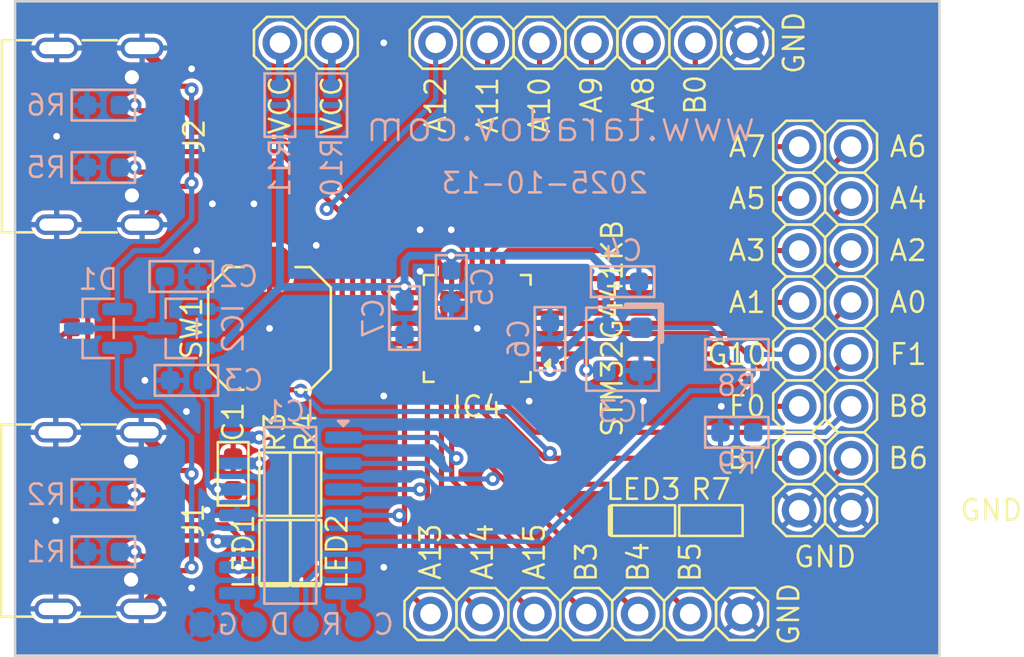
<source format=kicad_pcb>
(kicad_pcb (version 20241229) (generator "pcbnew") (generator_version "9.0")
  (title_block (date "2025-10-13"))
  (layers (0 "F.Cu" signal) (2 "B.Cu" signal) (13 "F.Paste" user) (15 "B.Paste" user) (5 "F.SilkS" user "F.Silkscreen") (7 "B.SilkS" user "B.Silkscreen") (1 "F.Mask" user) (3 "B.Mask" user) (25 "Edge.Cuts" user))
  (net 0 "")
  (net 1 "GND")
  (net 2 "/RESET")
  (net 3 "/SWCLK")
  (net 4 "/SWDIO")
  (net 5 "+3V3")
  (net 6 "Net-(J1-PadCC1)")
  (net 7 "Net-(J1-PadCC2)")
  (net 8 "Net-(LED1-A)")
  (net 11 "VBUS")
  (net 12 "T_VBUS")
  (net 13 "D_VBUS")
  (net 14 "/12_MHz")
  (net 15 "/D_USB_DP")
  (net 16 "/D_USB_DM")
  (net 17 "/T_USB_DP")
  (net 18 "/T_USB_DM")
  (net 19 "Net-(IC1-PA31{slash}SIO)")
  (net 20 "Net-(IC1-PA30{slash}SCK)")
  (net 21 "Net-(IC1-PA28{slash}RST)")
  (net 22 "/BOOT0")
  (net 23 "Net-(LED2-A)")
  (net 24 "/DAP_STATUS")
  (net 25 "/UART_MCU_TX")
  (net 26 "/UART_MCU_RX")
  (net 27 "/VCP_STATUS")
  (net 28 "Net-(LED3-A)")
  (net 29 "/LED")
  (net 30 "/BUTTON")
  (net 31 "Net-(IC4-PA1)")
  (net 32 "Net-(IC4-PB0)")
  (net 33 "Net-(IC4-PA15)")
  (net 34 "Net-(IC4-PA0)")
  (net 35 "Net-(IC4-PA6)")
  (net 36 "Net-(IC4-PA2)")
  (net 37 "Net-(IC4-PA5)")
  (net 38 "Net-(IC4-PA3)")
  (net 39 "Net-(IC4-PA7)")
  (net 40 "Net-(IC4-PB5)")
  (net 41 "Net-(IC4-PA4)")
  (net 42 "Net-(IC4-PA8)")
  (net 43 "Net-(IC4-PF1{slash}XO)")
  (net 44 "Net-(J2-PadCC1)")
  (net 47 "Net-(J2-PadCC2)")
  (net 48 "Net-(J28-Pad1)")
  (net 49 "Net-(J30-Pad1)")
  (net 50 "Net-(IC4-PA9)")
  (net 51 "Net-(IC4-PA10)")
  (footprint "ataradov_conn:Pin-2.54mm" (layer "F.Cu") (at 52.578 65.786)
    (property "Reference" "J24" (hide yes))
    (property "Value" "A13")
  )
  (footprint "ataradov_smd:0603_LED" (layer "F.Cu") (at 46.482 62.738 90)
    (property "Reference" "LED2")
    (property "Value" "Orange")
  )
  (footprint "ataradov_conn:Pin-2.54mm" (layer "F.Cu") (at 73.152 50.546)
    (property "Reference" "J3" (hide yes))
    (property "Value" "A0")
  )
  (footprint "ataradov_conn:Pin-2.54mm" (layer "F.Cu") (at 70.612 45.466)
    (property "Reference" "J13" (hide yes))
    (property "Value" "A5")
  )
  (footprint "ataradov_conn:Pin-2.54mm" (layer "F.Cu") (at 73.152 48.006)
    (property "Reference" "J7" (hide yes))
    (property "Value" "A2")
  )
  (footprint "ataradov_conn:Pin-2.54mm" (layer "F.Cu") (at 52.832 37.846)
    (property "Reference" "J23" (hide yes))
    (property "Value" "A12")
  )
  (footprint "ataradov_conn:Pin-2.54mm" (layer "F.Cu") (at 65.532 37.846)
    (property "Reference" "J4" (hide yes))
    (property "Value" "B0")
  )
  (footprint "ataradov_conn:Pin-2.54mm" (layer "F.Cu") (at 68.072 37.846)
    (property "Reference" "J33" (hide yes))
    (property "Value" "GND")
  )
  (footprint "ataradov_conn:Pin-2.54mm" (layer "F.Cu") (at 73.152 55.626)
    (property "Reference" "J16" (hide yes))
    (property "Value" "B8")
  )
  (footprint "ataradov_misc:Logo-Small" (layer "F.Cu") (at 34.798 51.816 90)
    (property "Reference" "Logo1" (hide yes))
    (property "Value" "Logo" (hide yes))
  )
  (footprint "ataradov_conn:Pin-2.54mm" (layer "F.Cu") (at 73.152 58.166)
    (property "Reference" "J12" (hide yes))
    (property "Value" "B6")
  )
  (footprint "ataradov_conn:USB-C" (layer "F.Cu") (at 34.29 42.418 -90)
    (property "Reference" "J2")
    (property "Value" "USB-C")
  )
  (footprint "ataradov_conn:Pin-2.54mm" (layer "F.Cu") (at 60.198 65.786)
    (property "Reference" "J6" (hide yes))
    (property "Value" "B3")
  )
  (footprint "ataradov_smd:0603_LED" (layer "F.Cu") (at 62.992 61.214)
    (property "Reference" "LED3")
    (property "Value" "Orange")
  )
  (footprint "ataradov_smd:0603" (layer "F.Cu") (at 44.958 59.436 -90)
    (property "Reference" "R3")
    (property "Value" "20K")
  )
  (footprint "ataradov_smd:0603" (layer "F.Cu") (at 66.294 61.214 180)
    (property "Reference" "R7")
    (property "Value" "20K")
  )
  (footprint "ataradov_conn:Pin-2.54mm" (layer "F.Cu") (at 67.818 65.786)
    (property "Reference" "J34" (hide yes))
    (property "Value" "GND")
  )
  (footprint "ataradov_conn:Pin-2.54mm" (layer "F.Cu") (at 65.278 65.786)
    (property "Reference" "J10" (hide yes))
    (property "Value" "B5")
  )
  (footprint "ataradov_conn:Pin-2.54mm" (layer "F.Cu") (at 57.658 65.786)
    (property "Reference" "J26" (hide yes))
    (property "Value" "A15")
  )
  (footprint "ataradov_conn:Pin-2.54mm" (layer "F.Cu") (at 70.612 60.706)
    (property "Reference" "J31" (hide yes))
    (property "Value" "GND")
  )
  (footprint "ataradov_conn:Pin-2.54mm" (layer "F.Cu") (at 70.612 50.546)
    (property "Reference" "J5" (hide yes))
    (property "Value" "A1")
  )
  (footprint "ataradov_conn:Pin-2.54mm" (layer "F.Cu") (at 45.212 37.846)
    (property "Reference" "J30" (hide yes))
    (property "Value" "VCC")
  )
  (footprint "ataradov_switch:TactSwitch-6mm-Sqare-SMD" (layer "F.Cu") (at 44.704 51.816 90)
    (property "Reference" "SW1")
    (property "Value" "TactSwitch")
  )
  (footprint "ataradov_conn:Pin-2.54mm" (layer "F.Cu") (at 70.612 58.166)
    (property "Reference" "J14" (hide yes))
    (property "Value" "B7")
  )
  (footprint "ataradov_conn:Pin-2.54mm" (layer "F.Cu") (at 70.612 42.926)
    (property "Reference" "J17" (hide yes))
    (property "Value" "A7")
  )
  (footprint "ataradov_smd:0603" (layer "F.Cu") (at 42.926 58.928 90)
    (property "Reference" "C1")
    (property "Value" "1uF")
  )
  (footprint "ataradov_conn:Pin-2.54mm" (layer "F.Cu") (at 70.612 48.006)
    (property "Reference" "J9" (hide yes))
    (property "Value" "A3")
  )
  (footprint "ataradov_conn:Pin-2.54mm" (layer "F.Cu") (at 57.912 37.846)
    (property "Reference" "J21" (hide yes))
    (property "Value" "A10")
  )
  (footprint "ataradov_conn:Pin-2.54mm" (layer "F.Cu") (at 73.152 60.706)
    (property "Reference" "J32" (hide yes))
    (property "Value" "GND")
  )
  (footprint "ataradov_conn:Pin-2.54mm" (layer "F.Cu") (at 55.372 37.846)
    (property "Reference" "J22" (hide yes))
    (property "Value" "A11")
  )
  (footprint "ataradov_conn:Pin-2.54mm" (layer "F.Cu") (at 70.612 55.626)
    (property "Reference" "J27" (hide yes))
    (property "Value" "F0")
  )
  (footprint "ataradov_conn:Pin-2.54mm" (layer "F.Cu") (at 73.152 53.086)
    (property "Reference" "J29" (hide yes))
    (property "Value" "F1")
  )
  (footprint "ataradov_conn:Pin-2.54mm" (layer "F.Cu") (at 70.612 53.086)
    (property "Reference" "J19" (hide yes))
    (property "Value" "G10")
  )
  (footprint "ataradov_smd:0603_LED" (layer "F.Cu") (at 44.958 62.738 90)
    (property "Reference" "LED1")
    (property "Value" "Green")
  )
  (footprint "ataradov_ic:QFN-32-0.5mm" (layer "F.Cu") (at 54.864 51.816 180)
    (property "Reference" "IC4")
    (property "Value" "STM32G441Kx")
  )
  (footprint "ataradov_conn:Pin-2.54mm" (layer "F.Cu") (at 73.152 45.466)
    (property "Reference" "J11" (hide yes))
    (property "Value" "A4")
  )
  (footprint "ataradov_conn:Pin-2.54mm" (layer "F.Cu") (at 60.452 37.846)
    (property "Reference" "J20" (hide yes))
    (property "Value" "A9")
  )
  (footprint "ataradov_smd:0603" (layer "F.Cu") (at 46.482 59.436 -90)
    (property "Reference" "R4")
    (property "Value" "20K")
  )
  (footprint "ataradov_conn:Pin-2.54mm" (layer "F.Cu") (at 62.992 37.846)
    (property "Reference" "J18" (hide yes))
    (property "Value" "A8")
  )
  (footprint "ataradov_conn:USB-C" (layer "F.Cu") (at 34.25125 61.214 -90)
    (property "Reference" "J1")
    (property "Value" "USB-C")
  )
  (footprint "ataradov_conn:Pin-2.54mm" (layer "F.Cu") (at 47.752 37.846)
    (property "Reference" "J28" (hide yes))
    (property "Value" "VCC")
  )
  (footprint "ataradov_conn:Pin-2.54mm" (layer "F.Cu") (at 62.738 65.786)
    (property "Reference" "J8" (hide yes))
    (property "Value" "B4")
  )
  (footprint "ataradov_conn:Pin-2.54mm" (layer "F.Cu") (at 73.152 42.926)
    (property "Reference" "J15" (hide yes))
    (property "Value" "A6")
  )
  (footprint "ataradov_conn:Pin-2.54mm" (layer "F.Cu") (at 55.118 65.786)
    (property "Reference" "J25" (hide yes))
    (property "Value" "A14")
  )
  (footprint "ataradov_smd:0603" (layer "B.Cu") (at 45.212 40.894 -90)
    (property "Reference" "R11")
    (property "Value" "0")
  )
  (footprint "ataradov_smd:0603" (layer "B.Cu") (at 67.564 53.086)
    (property "Reference" "R8")
    (property "Value" "10K")
  )
  (footprint "ataradov_smd:0603" (layer "B.Cu") (at 51.308 51.308 -90)
    (property "Reference" "C7")
    (property "Value" "1uF")
  )
  (footprint "ataradov_ic:SOT-23" (layer "B.Cu") (at 40.386 51.816 180)
    (property "Reference" "IC2")
    (property "Value" "SC662K-3.3")
  )
  (footprint "ataradov_smd:0603" (layer "B.Cu") (at 40.386 49.276)
    (property "Reference" "C2")
    (property "Value" "1uF")
  )
  (footprint "ataradov_ic:CDFN-4-3.2x2.5mm" (layer "B.Cu") (at 61.976 52.832 -90)
    (property "Reference" "IC3")
    (property "Value" "12 MHz")
  )
  (footprint "ataradov_smd:0603" (layer "B.Cu") (at 61.976 49.53)
    (property "Reference" "C4")
    (property "Value" "1uF")
  )
  (footprint "ataradov_misc:TestPoint-1.27mm-SMD" (layer "B.Cu") (at 49.022 66.294 -90)
    (property "Reference" "TP2" (hide yes))
    (property "Value" "C")
  )
  (footprint "ataradov_smd:0603" (layer "B.Cu") (at 58.42 52.324 90)
    (property "Reference" "C6")
    (property "Value" "1uF")
  )
  (footprint "ataradov_smd:0603" (layer "B.Cu") (at 53.594 49.784 -90)
    (property "Reference" "C5")
    (property "Value" "1uF")
  )
  (footprint "ataradov_misc:TestPoint-1.27mm-SMD" (layer "B.Cu") (at 41.402 66.294 -90)
    (property "Reference" "TP4" (hide yes))
    (property "Value" "G")
  )
  (footprint "ataradov_smd:0603" (layer "B.Cu") (at 40.64 54.356 180)
    (property "Reference" "C3")
    (property "Value" "1uF")
  )
  (footprint "ataradov_misc:TestPoint-1.27mm-SMD" (layer "B.Cu") (at 46.482 66.294 -90)
    (property "Reference" "TP1" (hide yes))
    (property "Value" "R")
  )
  (footprint "ataradov_smd:0603" (layer "B.Cu") (at 36.576 59.944 180)
    (property "Reference" "R2")
    (property "Value" "5.1K")
  )
  (footprint "ataradov_smd:0603" (layer "B.Cu") (at 36.576 43.942 180)
    (property "Reference" "R5")
    (property "Value" "5.1K")
  )
  (footprint "ataradov_ic:SOIC-14" (layer "B.Cu") (at 45.72 60.96 180)
    (property "Reference" "IC1")
    (property "Value" "ATSAMD11C")
  )
  (footprint "ataradov_ic:SOT-23" (layer "B.Cu") (at 36.322 51.816 180)
    (property "Reference" "D1")
    (property "Value" "BAT54C")
  )
  (footprint "ataradov_smd:0603" (layer "B.Cu") (at 67.564 56.896)
    (property "Reference" "R9")
    (property "Value" "10K")
  )
  (footprint "ataradov_misc:TestPoint-1.27mm-SMD" (layer "B.Cu") (at 43.942 66.294 -90)
    (property "Reference" "TP3" (hide yes))
    (property "Value" "D")
  )
  (footprint "ataradov_smd:0603" (layer "B.Cu") (at 47.752 40.894 -90)
    (property "Reference" "R10")
    (property "Value" "0")
  )
  (footprint "ataradov_smd:0603" (layer "B.Cu") (at 36.576 62.738 180)
    (property "Reference" "R1")
    (property "Value" "5.1K")
  )
  (footprint "ataradov_smd:0603" (layer "B.Cu") (at 36.576 40.894 180)
    (property "Reference" "R6")
    (property "Value" "5.1K")
  )
  (gr_rect (start 32.258 35.814) (end 77.47 67.818) (stroke (width 0.127)) (fill no) (layer "Edge.Cuts"))
  (gr_text "STM32G441KB" (at 61.468 51.816 90) (layer "F.SilkS") (effects (font (size 1 1) (thickness 0.127))))
  (gr_text "2025-10-13" (at 58.166 44.704 0) (layer "B.SilkS") (effects (font (size 1 1) (thickness 0.127)) (justify mirror)))
  (gr_text "www.taradov.com" (at 58.928 41.91 0) (layer "B.SilkS") (effects (font (size 1.5 1.5) (thickness 0.127)) (justify mirror)))
  (segment (start 39.421 39.049) (end 38.47 38.098) (width 0.508) (layer "F.Cu") (net 1))
  (segment (start 39.421 39.168) (end 39.421 39.049) (width 0.254) (layer "F.Cu") (net 1))
  (segment (start 39.421 45.668) (end 39.421 45.787) (width 0.254) (layer "F.Cu") (net 1))
  (segment (start 39.38225 64.464) (end 39.38225 64.583) (width 0.254) (layer "F.Cu") (net 1))
  (segment (start 39.38225 57.964) (end 39.38225 57.845) (width 0.254) (layer "F.Cu") (net 1))
  (segment (start 39.38225 57.845) (end 38.43125 56.894) (width 0.508) (layer "F.Cu") (net 1))
  (segment (start 39.38225 64.583) (end 38.43125 65.534) (width 0.508) (layer "F.Cu") (net 1))
  (segment (start 39.421 45.787) (end 38.47 46.738) (width 0.508) (layer "F.Cu") (net 1))
  (via (at 40.894 39.116) (size 0.6858) (drill 0.3302) (layers "F.Cu" "B.Cu") (net 1))
  (via (at 52.07 49.022) (size 0.6858) (drill 0.3302) (layers "F.Cu" "B.Cu") (net 1))
  (via (at 52.07 46.99) (size 0.6858) (drill 0.3302) (layers "F.Cu" "B.Cu") (net 1))
  (via (at 41.91 45.72) (size 0.6858) (drill 0.3302) (layers "F.Cu" "B.Cu") (net 1))
  (via (at 43.942 45.72) (size 0.6858) (drill 0.3302) (layers "F.Cu" "B.Cu") (net 1))
  (via (at 44.704 51.816) (size 0.6858) (drill 0.3302) (layers "F.Cu" "B.Cu") (net 1))
  (via (at 34.29 42.418) (size 0.6858) (drill 0.3302) (layers "F.Cu" "B.Cu") (net 1))
  (via (at 38.608 54.356) (size 0.6858) (drill 0.3302) (layers "F.Cu" "B.Cu") (net 1))
  (via (at 62.992 55.372) (size 0.6858) (drill 0.3302) (layers "F.Cu" "B.Cu") (net 1))
  (via (at 40.64 55.88) (size 0.6858) (drill 0.3302) (layers "F.Cu" "B.Cu") (net 1))
  (via (at 57.404 55.372) (size 0.6858) (drill 0.3302) (layers "F.Cu" "B.Cu") (net 1))
  (via (at 50.292 63.5) (size 0.6858) (drill 0.3302) (layers "F.Cu" "B.Cu") (net 1))
  (via (at 46.99 47.752) (size 0.6858) (drill 0.3302) (layers "F.Cu" "B.Cu") (net 1))
  (via (at 50.292 55.118) (size 0.6858) (drill 0.3302) (layers "F.Cu" "B.Cu") (net 1))
  (via (at 66.802 55.626) (size 0.6858) (drill 0.3302) (layers "F.Cu" "B.Cu") (net 1))
  (via (at 53.594 46.99) (size 0.6858) (drill 0.3302) (layers "F.Cu" "B.Cu") (net 1))
  (via (at 50.292 37.846) (size 0.6858) (drill 0.3302) (layers "F.Cu" "B.Cu") (net 1))
  (via (at 41.656 60.706) (size 0.6858) (drill 0.3302) (layers "F.Cu" "B.Cu") (net 1))
  (via (at 40.894 64.516) (size 0.6858) (drill 0.3302) (layers "F.Cu" "B.Cu") (net 1))
  (via (at 41.148 48.006) (size 0.6858) (drill 0.3302) (layers "F.Cu" "B.Cu") (net 1))
  (via (at 54.864 51.816) (size 0.6858) (drill 0.3302) (layers "F.Cu" "B.Cu") (net 1))
  (via (at 34.25125 61.214) (size 0.6858) (drill 0.3302) (layers "F.Cu" "B.Cu") (net 1))
  (segment (start 69.409919 53.086) (end 70.612 53.086) (width 0.254) (layer "F.Cu") (net 2))
  (segment (start 68.389919 52.066) (end 69.409919 53.086) (width 0.254) (layer "F.Cu") (net 2))
  (segment (start 57.3015 52.066) (end 68.389919 52.066) (width 0.254) (layer "F.Cu") (net 2))
  (segment (start 68.364 54.064) (end 68.364 53.086) (width 0.254) (layer "B.Cu") (net 2))
  (segment (start 65.278 54.864) (end 67.564 54.864) (width 0.254) (layer "B.Cu") (net 2))
  (segment (start 57.912 62.23) (end 65.278 54.864) (width 0.254) (layer "B.Cu") (net 2))
  (segment (start 67.564 54.864) (end 68.364 54.064) (width 0.254) (layer "B.Cu") (net 2))
  (segment (start 68.364 53.086) (end 70.612 53.086) (width 0.254) (layer "B.Cu") (net 2))
  (segment (start 48.32 62.23) (end 57.912 62.23) (width 0.254) (layer "B.Cu") (net 2))
  (segment (start 52.4265 63.0945) (end 55.118 65.786) (width 0.254) (layer "F.Cu") (net 3))
  (segment (start 52.4265 53.566) (end 52.4265 63.0945) (width 0.254) (layer "F.Cu") (net 3))
  (via (at 52.07 59.69) (size 0.6858) (drill 0.3302) (layers "F.Cu" "B.Cu") (net 3))
  (segment (start 48.32 59.69) (end 52.07 59.69) (width 0.254) (layer "B.Cu") (net 3))
  (segment (start 51.308 53.594) (end 51.308 64.516) (width 0.254) (layer "F.Cu") (net 4))
  (segment (start 51.836 53.066) (end 51.308 53.594) (width 0.254) (layer "F.Cu") (net 4))
  (segment (start 52.4265 53.066) (end 51.836 53.066) (width 0.254) (layer "F.Cu") (net 4))
  (segment (start 51.308 64.516) (end 52.578 65.786) (width 0.254) (layer "F.Cu") (net 4))
  (via (at 51.054 60.96) (size 0.6858) (drill 0.3302) (layers "F.Cu" "B.Cu") (net 4))
  (segment (start 48.32 60.96) (end 51.054 60.96) (width 0.254) (layer "B.Cu") (net 4))
  (segment (start 52.4265 50.066) (end 51.59 50.066) (width 0.254) (layer "F.Cu") (net 5))
  (segment (start 58.138 53.566) (end 58.42 53.848) (width 0.254) (layer "F.Cu") (net 5))
  (segment (start 57.3015 53.566) (end 58.138 53.566) (width 0.254) (layer "F.Cu") (net 5))
  (segment (start 53.614 48.28) (end 53.594 48.26) (width 0.254) (layer "F.Cu") (net 5))
  (segment (start 51.59 50.066) (end 51.308 49.784) (width 0.254) (layer "F.Cu") (net 5))
  (segment (start 53.614 49.3785) (end 53.614 48.28) (width 0.254) (layer "F.Cu") (net 5))
  (via (at 42.164 59.69) (size 0.6858) (drill 0.3302) (layers "F.Cu" "B.Cu") (net 5))
  (via (at 58.42 53.848) (size 0.6858) (drill 0.3302) (layers "F.Cu" "B.Cu") (net 5))
  (via (at 53.594 48.26) (size 0.6858) (drill 0.3302) (layers "F.Cu" "B.Cu") (net 5))
  (via (at 51.308 49.784) (size 0.6858) (drill 0.3302) (layers "F.Cu" "B.Cu") (net 5))
  (segment (start 41.44 52.8825) (end 41.3235 52.766) (width 0.254) (layer "B.Cu") (net 5))
  (segment (start 51.308 49.784) (end 45.212 49.784) (width 0.381) (layer "B.Cu") (net 5))
  (segment (start 42.164 59.69) (end 41.91 59.69) (width 0.254) (layer "B.Cu") (net 5))
  (segment (start 41.3235 52.766) (end 42.23 52.766) (width 0.381) (layer "B.Cu") (net 5))
  (segment (start 41.44 55.156) (end 41.44 54.356) (width 0.254) (layer "B.Cu") (net 5))
  (segment (start 41.656 55.372) (end 41.44 55.156) (width 0.254) (layer "B.Cu") (net 5))
  (segment (start 61.176 49.53) (end 61.176 51.682) (width 0.381) (layer "B.Cu") (net 5))
  (segment (start 53.594 48.26) (end 60.452 48.26) (width 0.381) (layer "B.Cu") (net 5))
  (segment (start 42.23 52.766) (end 45.212 49.784) (width 0.381) (layer "B.Cu") (net 5))
  (segment (start 51.562 48.26) (end 53.594 48.26) (width 0.381) (layer "B.Cu") (net 5))
  (segment (start 41.91 59.69) (end 41.656 59.436) (width 0.254) (layer "B.Cu") (net 5))
  (segment (start 51.308 48.514) (end 51.562 48.26) (width 0.381) (layer "B.Cu") (net 5))
  (segment (start 60.452 48.26) (end 61.176 48.984) (width 0.381) (layer "B.Cu") (net 5))
  (segment (start 45.212 41.694) (end 45.212 47.244) (width 0.381) (layer "B.Cu") (net 5))
  (segment (start 61.176 48.984) (end 61.176 49.53) (width 0.381) (layer "B.Cu") (net 5))
  (segment (start 51.308 49.784) (end 51.308 48.514) (width 0.381) (layer "B.Cu") (net 5))
  (segment (start 61.176 51.682) (end 61.076 51.782) (width 0.254) (layer "B.Cu") (net 5))
  (segment (start 62.876 51.782) (end 66.26 51.782) (width 0.254) (layer "B.Cu") (net 5))
  (segment (start 58.42 53.124) (end 58.89 53.124) (width 0.381) (layer "B.Cu") (net 5))
  (segment (start 60.232 51.782) (end 61.076 51.782) (width 0.381) (layer "B.Cu") (net 5))
  (segment (start 45.212 47.244) (end 45.212 49.784) (width 0.381) (layer "B.Cu") (net 5))
  (segment (start 45.212 41.694) (end 47.752 41.694) (width 0.381) (layer "B.Cu") (net 5))
  (segment (start 41.656 59.436) (end 41.656 55.372) (width 0.254) (layer "B.Cu") (net 5))
  (segment (start 58.89 53.124) (end 60.232 51.782) (width 0.381) (layer "B.Cu") (net 5))
  (segment (start 66.764 52.286) (end 66.764 53.086) (width 0.254) (layer "B.Cu") (net 5))
  (segment (start 62.876 51.782) (end 61.076 51.782) (width 0.254) (layer "B.Cu") (net 5))
  (segment (start 66.26 51.782) (end 66.764 52.286) (width 0.254) (layer "B.Cu") (net 5))
  (segment (start 41.44 54.356) (end 41.44 52.8825) (width 0.381) (layer "B.Cu") (net 5))
  (segment (start 39.38225 59.964) (end 38.12 59.964) (width 0.254) (layer "F.Cu") (net 6))
  (segment (start 38.12 59.964) (end 38.1 59.944) (width 0.254) (layer "F.Cu") (net 6))
  (via (at 38.1 59.944) (size 0.6858) (drill 0.3302) (layers "F.Cu" "B.Cu") (net 6))
  (segment (start 38.44594 62.964) (end 39.38225 62.964) (width 0.254) (layer "F.Cu") (net 7))
  (segment (start 38.1 62.738) (end 38.21994 62.738) (width 0.254) (layer "F.Cu") (net 7))
  (segment (start 38.21994 62.738) (end 38.44594 62.964) (width 0.254) (layer "F.Cu") (net 7))
  (via (at 38.1 62.738) (size 0.6858) (drill 0.3302) (layers "F.Cu" "B.Cu") (net 7))
  (segment (start 44.958 61.938) (end 44.958 60.236) (width 0.254) (layer "F.Cu") (net 8))
  (segment (start 39.4485 49.4135) (end 39.586 49.276) (width 0.254) (layer "B.Cu") (net 11))
  (segment (start 39.4485 51.816) (end 39.4485 49.4135) (width 0.254) (layer "B.Cu") (net 11))
  (segment (start 35.3845 51.816) (end 39.4485 51.816) (width 0.254) (layer "B.Cu") (net 11))
  (segment (start 39.421 44.868) (end 40.73 44.868) (width 0.254) (layer "F.Cu") (net 12))
  (segment (start 39.421 39.968) (end 40.73 39.968) (width 0.254) (layer "F.Cu") (net 12))
  (segment (start 40.73 44.868) (end 40.894 44.704) (width 0.254) (layer "F.Cu") (net 12))
  (segment (start 40.73 39.968) (end 40.894 40.132) (width 0.254) (layer "F.Cu") (net 12))
  (via (at 40.894 40.132) (size 0.6858) (drill 0.3302) (layers "F.Cu" "B.Cu") (net 12))
  (via (at 40.894 44.704) (size 0.6858) (drill 0.3302) (layers "F.Cu" "B.Cu") (net 12))
  (segment (start 40.894 46.482) (end 39.37 48.006) (width 0.254) (layer "B.Cu") (net 12))
  (segment (start 39.37 48.006) (end 38.1 48.006) (width 0.254) (layer "B.Cu") (net 12))
  (segment (start 38.1 48.006) (end 37.2595 48.8465) (width 0.254) (layer "B.Cu") (net 12))
  (segment (start 37.2595 48.8465) (end 37.2595 50.866) (width 0.254) (layer "B.Cu") (net 12))
  (segment (start 40.894 44.704) (end 40.894 46.482) (width 0.254) (layer "B.Cu") (net 12))
  (segment (start 40.894 40.132) (end 40.894 44.704) (width 0.254) (layer "B.Cu") (net 12))
  (segment (start 39.38225 63.664) (end 40.73 63.664) (width 0.254) (layer "F.Cu") (net 13))
  (segment (start 40.73 63.664) (end 40.894 63.5) (width 0.254) (layer "F.Cu") (net 13))
  (segment (start 40.73 58.764) (end 40.894 58.928) (width 0.254) (layer "F.Cu") (net 13))
  (segment (start 39.38225 58.764) (end 40.73 58.764) (width 0.254) (layer "F.Cu") (net 13))
  (via (at 40.894 63.5) (size 0.6858) (drill 0.3302) (layers "F.Cu" "B.Cu") (net 13))
  (via (at 40.894 58.928) (size 0.6858) (drill 0.3302) (layers "F.Cu" "B.Cu") (net 13))
  (segment (start 39.37 55.626) (end 38.1 55.626) (width 0.254) (layer "B.Cu") (net 13))
  (segment (start 38.1 55.626) (end 37.2595 54.7855) (width 0.254) (layer "B.Cu") (net 13))
  (segment (start 37.2595 54.7855) (end 37.2595 52.766) (width 0.254) (layer "B.Cu") (net 13))
  (segment (start 40.894 57.15) (end 39.37 55.626) (width 0.254) (layer "B.Cu") (net 13))
  (segment (start 40.894 63.5) (end 40.894 58.928) (width 0.254) (layer "B.Cu") (net 13))
  (segment (start 40.894 58.928) (end 40.894 57.15) (width 0.254) (layer "B.Cu") (net 13))
  (segment (start 69.342 55.626) (end 70.612 55.626) (width 0.254) (layer "F.Cu") (net 14))
  (segment (start 66.782 53.066) (end 69.342 55.626) (width 0.254) (layer "F.Cu") (net 14))
  (segment (start 57.3015 53.066) (end 60.198 53.066) (width 0.254) (layer "F.Cu") (net 14))
  (segment (start 60.198 53.848) (end 60.198 53.066) (width 0.254) (layer "F.Cu") (net 14))
  (segment (start 60.198 53.066) (end 66.782 53.066) (width 0.254) (layer "F.Cu") (net 14))
  (via (at 60.198 53.848) (size 0.6858) (drill 0.3302) (layers "F.Cu" "B.Cu") (net 14))
  (segment (start 61.076 53.882) (end 60.232 53.882) (width 0.254) (layer "B.Cu") (net 14))
  (segment (start 60.232 53.882) (end 60.198 53.848) (width 0.254) (layer "B.Cu") (net 14))
  (segment (start 38.33875 60.9955) (end 38.33875 61.9325) (width 0.254) (layer "F.Cu") (net 15))
  (segment (start 39.38225 61.964) (end 41.898 61.964) (width 0.254) (layer "F.Cu") (net 15))
  (segment (start 41.898 61.964) (end 42.164 62.23) (width 0.254) (layer "F.Cu") (net 15))
  (segment (start 38.37025 61.964) (end 39.38225 61.964) (width 0.254) (layer "F.Cu") (net 15))
  (segment (start 38.33875 61.9325) (end 38.37025 61.964) (width 0.254) (layer "F.Cu") (net 15))
  (segment (start 38.37025 60.964) (end 38.33875 60.9955) (width 0.254) (layer "F.Cu") (net 15))
  (segment (start 39.38225 60.964) (end 38.37025 60.964) (width 0.254) (layer "F.Cu") (net 15))
  (via (at 42.164 62.23) (size 0.6858) (drill 0.3302) (layers "F.Cu" "B.Cu") (net 15))
  (segment (start 40.42575 61.42025) (end 42.62425 61.42025) (width 0.254) (layer "F.Cu") (net 16))
  (segment (start 40.42575 61.42025) (end 40.382 61.464) (width 0.254) (layer "F.Cu") (net 16))
  (segment (start 40.39425 60.464) (end 40.42575 60.4955) (width 0.254) (layer "F.Cu") (net 16))
  (segment (start 42.62425 61.42025) (end 43.18 61.976) (width 0.254) (layer "F.Cu") (net 16))
  (segment (start 40.42575 60.4955) (end 40.42575 61.42025) (width 0.254) (layer "F.Cu") (net 16))
  (segment (start 39.38225 60.464) (end 40.39425 60.464) (width 0.254) (layer "F.Cu") (net 16))
  (segment (start 43.18 61.976) (end 43.18 63.5) (width 0.254) (layer "F.Cu") (net 16))
  (segment (start 40.382 61.464) (end 39.38225 61.464) (width 0.254) (layer "F.Cu") (net 16))
  (via (at 43.18 63.5) (size 0.6858) (drill 0.3302) (layers "F.Cu" "B.Cu") (net 16))
  (segment (start 45.2 43.168) (end 48.26 46.228) (width 0.254) (layer "F.Cu") (net 17))
  (segment (start 39.421 42.168) (end 38.409 42.168) (width 0.254) (layer "F.Cu") (net 17))
  (segment (start 48.26 46.228) (end 48.26 51.181) (width 0.254) (layer "F.Cu") (net 17))
  (segment (start 38.409 43.168) (end 39.421 43.168) (width 0.254) (layer "F.Cu") (net 17))
  (segment (start 48.26 51.181) (end 49.645 52.566) (width 0.254) (layer "F.Cu") (net 17))
  (segment (start 38.3775 42.1995) (end 38.3775 43.1365) (width 0.254) (layer "F.Cu") (net 17))
  (segment (start 49.645 52.566) (end 52.4265 52.566) (width 0.254) (layer "F.Cu") (net 17))
  (segment (start 39.421 43.168) (end 45.2 43.168) (width 0.254) (layer "F.Cu") (net 17))
  (segment (start 38.3775 43.1365) (end 38.409 43.168) (width 0.254) (layer "F.Cu") (net 17))
  (segment (start 38.409 42.168) (end 38.3775 42.1995) (width 0.254) (layer "F.Cu") (net 17))
  (via (at 47.498 45.974) (size 0.6858) (drill 0.3302) (layers "F.Cu" "B.Cu") (net 17))
  (segment (start 47.498 45.974) (end 52.832 40.64) (width 0.254) (layer "B.Cu") (net 17))
  (segment (start 52.832 40.64) (end 52.832 37.846) (width 0.254) (layer "B.Cu") (net 17))
  (segment (start 40.433 42.668) (end 39.421 42.668) (width 0.254) (layer "F.Cu") (net 18))
  (segment (start 40.433 41.668) (end 40.4645 41.6995) (width 0.254) (layer "F.Cu") (net 18))
  (segment (start 50.034 52.066) (end 52.4265 52.066) (width 0.254) (layer "F.Cu") (net 18))
  (segment (start 40.4645 42.6365) (end 40.433 42.668) (width 0.254) (layer "F.Cu") (net 18))
  (segment (start 48.768 50.8) (end 50.034 52.066) (width 0.254) (layer "F.Cu") (net 18))
  (segment (start 48.768 45.974) (end 45.466 42.672) (width 0.254) (layer "F.Cu") (net 18))
  (segment (start 39.421 41.668) (end 40.433 41.668) (width 0.254) (layer "F.Cu") (net 18))
  (segment (start 55.372 39.37) (end 55.372 37.846) (width 0.254) (layer "F.Cu") (net 18))
  (segment (start 40.4645 41.6995) (end 40.4645 42.6365) (width 0.254) (layer "F.Cu") (net 18))
  (segment (start 48.768 45.974) (end 55.372 39.37) (width 0.254) (layer "F.Cu") (net 18))
  (segment (start 40.5 42.672) (end 40.4645 42.6365) (width 0.254) (layer "F.Cu") (net 18))
  (segment (start 45.466 42.672) (end 40.5 42.672) (width 0.254) (layer "F.Cu") (net 18))
  (segment (start 48.768 45.974) (end 48.768 50.8) (width 0.254) (layer "F.Cu") (net 18))
  (segment (start 43.12 65.472) (end 43.942 66.294) (width 0.254) (layer "B.Cu") (net 19))
  (segment (start 43.12 64.77) (end 43.12 65.472) (width 0.254) (layer "B.Cu") (net 19))
  (segment (start 48.32 64.77) (end 48.32 65.592) (width 0.254) (layer "B.Cu") (net 20))
  (segment (start 48.32 65.592) (end 49.022 66.294) (width 0.254) (layer "B.Cu") (net 20))
  (segment (start 46.482 64.228501) (end 46.482 66.294) (width 0.254) (layer "B.Cu") (net 21))
  (segment (start 47.210501 63.5) (end 46.482 64.228501) (width 0.254) (layer "B.Cu") (net 21))
  (segment (start 48.32 63.5) (end 47.210501 63.5) (width 0.254) (layer "B.Cu") (net 21))
  (segment (start 56.114 54.2535) (end 56.114 55.352) (width 0.254) (layer "F.Cu") (net 22))
  (segment (start 56.114 55.352) (end 57.658 56.896) (width 0.254) (layer "F.Cu") (net 22))
  (segment (start 57.658 56.896) (end 71.882 56.896) (width 0.254) (layer "F.Cu") (net 22))
  (segment (start 71.882 56.896) (end 73.152 55.626) (width 0.254) (layer "F.Cu") (net 22))
  (segment (start 68.364 56.896) (end 71.882 56.896) (width 0.254) (layer "B.Cu") (net 22))
  (segment (start 71.882 56.896) (end 73.152 55.626) (width 0.254) (layer "B.Cu") (net 22))
  (segment (start 46.482 61.938) (end 46.482 60.236) (width 0.254) (layer "F.Cu") (net 23))
  (segment (start 45.72 57.15) (end 46.482 57.912) (width 0.254) (layer "F.Cu") (net 24))
  (segment (start 46.482 57.912) (end 46.482 58.636) (width 0.254) (layer "F.Cu") (net 24))
  (segment (start 44.196 57.15) (end 45.72 57.15) (width 0.254) (layer "F.Cu") (net 24))
  (via (at 44.196 57.15) (size 0.6858) (drill 0.3302) (layers "F.Cu" "B.Cu") (net 24))
  (segment (start 53.614 59.202) (end 60.198 65.786) (width 0.254) (layer "F.Cu") (net 25))
  (segment (start 53.614 54.2535) (end 53.614 59.202) (width 0.254) (layer "F.Cu") (net 25))
  (via (at 53.848 58.166) (size 0.6858) (drill 0.3302) (layers "F.Cu" "B.Cu") (net 25))
  (segment (start 53.848 58.166) (end 52.832 57.15) (width 0.254) (layer "B.Cu") (net 25))
  (segment (start 52.832 57.15) (end 48.32 57.15) (width 0.254) (layer "B.Cu") (net 25))
  (segment (start 54.114 57.162) (end 62.738 65.786) (width 0.254) (layer "F.Cu") (net 26))
  (segment (start 54.114 54.2535) (end 54.114 57.162) (width 0.254) (layer "F.Cu") (net 26))
  (via (at 55.626 59.182) (size 0.6858) (drill 0.3302) (layers "F.Cu" "B.Cu") (net 26))
  (segment (start 55.626 59.182) (end 53.086 59.182) (width 0.254) (layer "B.Cu") (net 26))
  (segment (start 52.324 58.42) (end 48.32 58.42) (width 0.254) (layer "B.Cu") (net 26))
  (segment (start 53.086 59.182) (end 52.324 58.42) (width 0.254) (layer "B.Cu") (net 26))
  (via (at 44.196 58.42) (size 0.6858) (drill 0.3302) (layers "F.Cu" "B.Cu") (net 27))
  (segment (start 63.792 61.214) (end 65.494 61.214) (width 0.254) (layer "F.Cu") (net 28))
  (segment (start 55.114 54.2535) (end 55.114 55.876) (width 0.254) (layer "F.Cu") (net 29))
  (segment (start 71.882 59.436) (end 73.152 58.166) (width 0.254) (layer "F.Cu") (net 29))
  (segment (start 58.674 59.436) (end 67.056 59.436) (width 0.254) (layer "F.Cu") (net 29))
  (segment (start 67.094 59.474) (end 67.056 59.436) (width 0.254) (layer "F.Cu") (net 29))
  (segment (start 55.114 55.876) (end 58.674 59.436) (width 0.254) (layer "F.Cu") (net 29))
  (segment (start 67.056 59.436) (end 71.882 59.436) (width 0.254) (layer "F.Cu") (net 29))
  (segment (start 67.094 61.214) (end 67.094 59.474) (width 0.254) (layer "F.Cu") (net 29))
  (segment (start 44.704 54.816) (end 46.18 54.816) (width 0.254) (layer "F.Cu") (net 30))
  (segment (start 55.614 54.2535) (end 55.614 55.614) (width 0.254) (layer "F.Cu") (net 30))
  (segment (start 58.166 58.166) (end 70.612 58.166) (width 0.254) (layer "F.Cu") (net 30))
  (segment (start 55.614 55.614) (end 58.166 58.166) (width 0.254) (layer "F.Cu") (net 30))
  (segment (start 46.18 54.816) (end 46.228 54.864) (width 0.254) (layer "F.Cu") (net 30))
  (via (at 58.42 57.912) (size 0.6858) (drill 0.3302) (layers "F.Cu" "B.Cu") (net 30))
  (via (at 46.228 54.864) (size 0.6858) (drill 0.3302) (layers "F.Cu" "B.Cu") (net 30))
  (segment (start 47.244 55.88) (end 56.388 55.88) (width 0.254) (layer "B.Cu") (net 30))
  (segment (start 46.228 54.864) (end 47.244 55.88) (width 0.254) (layer "B.Cu") (net 30))
  (segment (start 56.388 55.88) (end 58.42 57.912) (width 0.254) (layer "B.Cu") (net 30))
  (segment (start 68.822 51.066) (end 69.342 50.546) (width 0.254) (layer "F.Cu") (net 31))
  (segment (start 57.3015 51.066) (end 68.822 51.066) (width 0.254) (layer "F.Cu") (net 31))
  (segment (start 69.342 50.546) (end 70.612 50.546) (width 0.254) (layer "F.Cu") (net 31))
  (segment (start 54.614 47.367) (end 56.769 45.212) (width 0.254) (layer "F.Cu") (net 32))
  (segment (start 65.532 42.164) (end 65.532 37.846) (width 0.254) (layer "F.Cu") (net 32))
  (segment (start 62.484 45.212) (end 65.532 42.164) (width 0.254) (layer "F.Cu") (net 32))
  (segment (start 54.614 49.3785) (end 54.614 47.367) (width 0.254) (layer "F.Cu") (net 32))
  (segment (start 56.769 45.212) (end 62.484 45.212) (width 0.254) (layer "F.Cu") (net 32))
  (segment (start 53.114 61.242) (end 57.658 65.786) (width 0.254) (layer "F.Cu") (net 33))
  (segment (start 53.114 54.2535) (end 53.114 61.242) (width 0.254) (layer "F.Cu") (net 33))
  (segment (start 69.084 51.566) (end 69.088 51.562) (width 0.254) (layer "F.Cu") (net 34))
  (segment (start 71.9835 51.7145) (end 73.152 50.546) (width 0.254) (layer "F.Cu") (net 34))
  (segment (start 57.3015 51.566) (end 69.084 51.566) (width 0.254) (layer "F.Cu") (net 34))
  (segment (start 69.2405 51.7145) (end 71.9835 51.7145) (width 0.254) (layer "F.Cu") (net 34))
  (segment (start 69.088 51.562) (end 69.2405 51.7145) (width 0.254) (layer "F.Cu") (net 34))
  (segment (start 56.392968 47.244) (end 63.5 47.244) (width 0.254) (layer "F.Cu") (net 35))
  (segment (start 55.614 48.022968) (end 56.392968 47.244) (width 0.254) (layer "F.Cu") (net 35))
  (segment (start 71.882 44.196) (end 73.152 42.926) (width 0.254) (layer "F.Cu") (net 35))
  (segment (start 66.548 44.196) (end 71.882 44.196) (width 0.254) (layer "F.Cu") (net 35))
  (segment (start 55.614 49.3785) (end 55.614 48.022968) (width 0.254) (layer "F.Cu") (net 35))
  (segment (start 63.5 47.244) (end 66.548 44.196) (width 0.254) (layer "F.Cu") (net 35))
  (segment (start 67.31 49.276) (end 71.882 49.276) (width 0.254) (layer "F.Cu") (net 36))
  (segment (start 57.3015 50.566) (end 66.02 50.566) (width 0.254) (layer "F.Cu") (net 36))
  (segment (start 66.02 50.566) (end 67.31 49.276) (width 0.254) (layer "F.Cu") (net 36))
  (segment (start 71.882 49.276) (end 73.152 48.006) (width 0.254) (layer "F.Cu") (net 36))
  (segment (start 56.388 48.006) (end 64.008 48.006) (width 0.254) (layer "F.Cu") (net 37))
  (segment (start 64.008 48.006) (end 66.548 45.466) (width 0.254) (layer "F.Cu") (net 37))
  (segment (start 66.548 45.466) (end 70.612 45.466) (width 0.254) (layer "F.Cu") (net 37))
  (segment (start 56.114 49.3785) (end 56.114 48.28) (width 0.254) (layer "F.Cu") (net 37))
  (segment (start 56.114 48.28) (end 56.388 48.006) (width 0.254) (layer "F.Cu") (net 37))
  (segment (start 67.056 48.006) (end 70.612 48.006) (width 0.254) (layer "F.Cu") (net 38))
  (segment (start 64.996 50.066) (end 67.056 48.006) (width 0.254) (layer "F.Cu") (net 38))
  (segment (start 57.3015 50.066) (end 64.996 50.066) (width 0.254) (layer "F.Cu") (net 38))
  (segment (start 56.642 46.228) (end 62.992 46.228) (width 0.254) (layer "F.Cu") (net 39))
  (segment (start 62.992 46.228) (end 66.294 42.926) (width 0.254) (layer "F.Cu") (net 39))
  (segment (start 66.294 42.926) (end 70.612 42.926) (width 0.254) (layer "F.Cu") (net 39))
  (segment (start 55.114 49.3785) (end 55.114 47.756) (width 0.254) (layer "F.Cu") (net 39))
  (segment (start 55.114 47.756) (end 56.642 46.228) (width 0.254) (layer "F.Cu") (net 39))
  (segment (start 54.614 56.646) (end 62.23 64.262) (width 0.254) (layer "F.Cu") (net 40))
  (segment (start 62.23 64.262) (end 63.754 64.262) (width 0.254) (layer "F.Cu") (net 40))
  (segment (start 63.754 64.262) (end 65.278 65.786) (width 0.254) (layer "F.Cu") (net 40))
  (segment (start 54.614 54.2535) (end 54.614 56.646) (width 0.254) (layer "F.Cu") (net 40))
  (segment (start 56.614 49.3785) (end 64.1595 49.3785) (width 0.254) (layer "F.Cu") (net 41))
  (segment (start 64.1595 49.3785) (end 66.802 46.736) (width 0.254) (layer "F.Cu") (net 41))
  (segment (start 71.882 46.736) (end 73.152 45.466) (width 0.254) (layer "F.Cu") (net 41))
  (segment (start 66.802 46.736) (end 71.882 46.736) (width 0.254) (layer "F.Cu") (net 41))
  (segment (start 50.292 50.038) (end 50.292 47.244) (width 0.254) (layer "F.Cu") (net 42))
  (segment (start 50.292 47.244) (end 53.848 43.688) (width 0.254) (layer "F.Cu") (net 42))
  (segment (start 50.82 50.566) (end 50.292 50.038) (width 0.254) (layer "F.Cu") (net 42))
  (segment (start 53.848 43.688) (end 61.722 43.688) (width 0.254) (layer "F.Cu") (net 42))
  (segment (start 61.722 43.688) (end 62.992 42.418) (width 0.254) (layer "F.Cu") (net 42))
  (segment (start 62.992 42.418) (end 62.992 37.846) (width 0.254) (layer "F.Cu") (net 42))
  (segment (start 52.4265 50.566) (end 50.82 50.566) (width 0.254) (layer "F.Cu") (net 42))
  (segment (start 57.3015 52.566) (end 67.552 52.566) (width 0.254) (layer "F.Cu") (net 43))
  (segment (start 67.552 52.566) (end 69.2405 54.2545) (width 0.254) (layer "F.Cu") (net 43))
  (segment (start 69.2405 54.2545) (end 71.9835 54.2545) (width 0.254) (layer "F.Cu") (net 43))
  (segment (start 71.9835 54.2545) (end 73.152 53.086) (width 0.254) (layer "F.Cu") (net 43))
  (segment (start 38.1 40.894) (end 38.374 41.168) (width 0.254) (layer "F.Cu") (net 44))
  (segment (start 38.374 41.168) (end 39.421 41.168) (width 0.254) (layer "F.Cu") (net 44))
  (via (at 38.1 40.894) (size 0.6858) (drill 0.3302) (layers "F.Cu" "B.Cu") (net 44))
  (segment (start 38.1 43.942) (end 38.326 44.168) (width 0.254) (layer "F.Cu") (net 47))
  (segment (start 38.326 44.168) (end 39.421 44.168) (width 0.254) (layer "F.Cu") (net 47))
  (via (at 38.1 43.942) (size 0.6858) (drill 0.3302) (layers "F.Cu" "B.Cu") (net 47))
  (segment (start 47.752 40.094) (end 47.752 37.846) (width 0.381) (layer "B.Cu") (net 48))
  (segment (start 45.212 40.094) (end 45.212 37.846) (width 0.381) (layer "B.Cu") (net 49))
  (segment (start 49.784 50.292) (end 49.784 46.99) (width 0.254) (layer "F.Cu") (net 50))
  (segment (start 59.182 42.926) (end 60.452 41.656) (width 0.254) (layer "F.Cu") (net 50))
  (segment (start 52.4265 51.066) (end 50.558 51.066) (width 0.254) (layer "F.Cu") (net 50))
  (segment (start 50.558 51.066) (end 49.784 50.292) (width 0.254) (layer "F.Cu") (net 50))
  (segment (start 49.784 46.99) (end 53.848 42.926) (width 0.254) (layer "F.Cu") (net 50))
  (segment (start 53.848 42.926) (end 59.182 42.926) (width 0.254) (layer "F.Cu") (net 50))
  (segment (start 60.452 41.656) (end 60.452 37.846) (width 0.254) (layer "F.Cu") (net 50))
  (segment (start 53.594 42.164) (end 55.118 42.164) (width 0.254) (layer "F.Cu") (net 51))
  (segment (start 52.4265 51.566) (end 50.296 51.566) (width 0.254) (layer "F.Cu") (net 51))
  (segment (start 55.118 42.164) (end 57.912 39.37) (width 0.254) (layer "F.Cu") (net 51))
  (segment (start 50.296 51.566) (end 49.276 50.546) (width 0.254) (layer "F.Cu") (net 51))
  (segment (start 57.912 39.37) (end 57.912 37.846) (width 0.254) (layer "F.Cu") (net 51))
  (segment (start 49.276 50.546) (end 49.276 46.482) (width 0.254) (layer "F.Cu") (net 51))
  (segment (start 49.276 46.482) (end 53.594 42.164) (width 0.254) (layer "F.Cu") (net 51))
  (zone (net 1) (net_name "GND") (layers "F.Cu" "B.Cu") (connect_pads (clearance 0.2032)) (min_thickness 0.2032) (fill yes (thermal_gap 0.2032) (thermal_bridge_width 0.254))
    (polygon (pts (xy 77.47 67.818) (xy 32.258 67.818) (xy 32.258 35.814) (xy 77.47 35.814)))
  )
)
</source>
